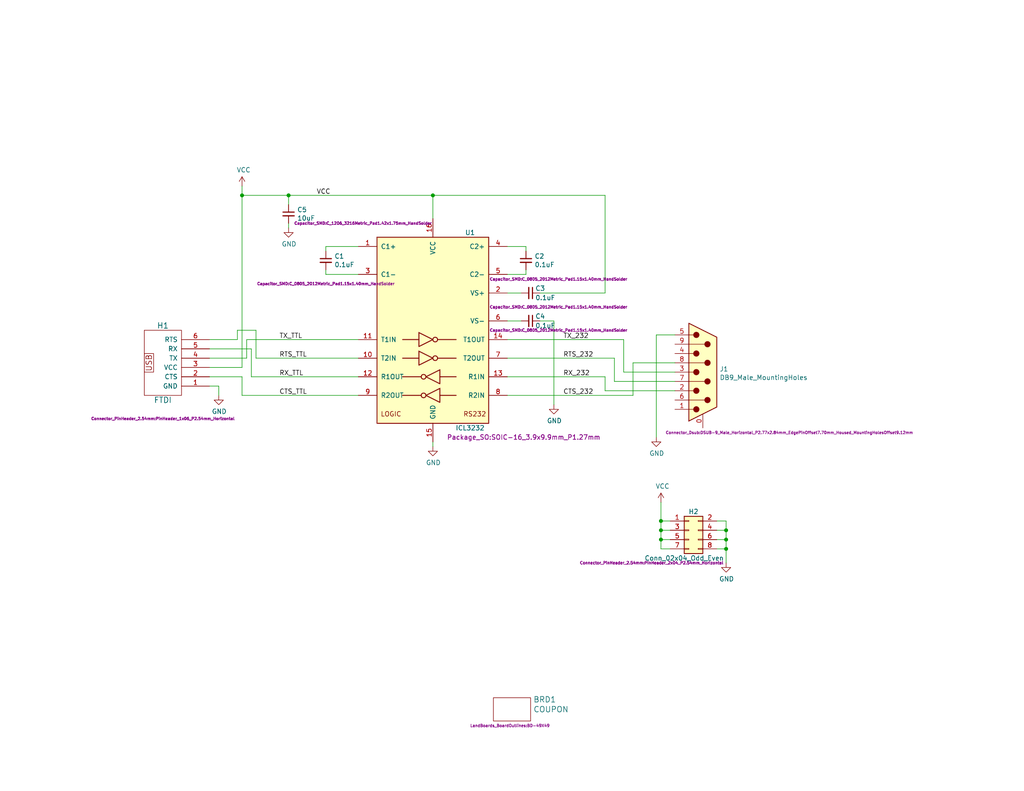
<source format=kicad_sch>
(kicad_sch (version 20211123) (generator eeschema)
  (paper "A")
  (title_block (title "RS-232 DTE") (date "2022-08-01") (rev "3") (company "Land Boards LLC"))
  (lib_symbols
    (symbol "Connector:DB9_Male_MountingHoles" (pin_names (offset 1.016) hide)
      (property "Reference" "J" (at 0 16.51 0))
      (property "Value" "DB9_Male_MountingHoles" (at 0 14.605 0))
      (symbol "DB9_Male_MountingHoles_0_1"
        (circle (center -1.778 -10.16) (radius 0.762) (fill (type outline)))
        (circle (center -1.778 -5.08) (radius 0.762) (fill (type outline)))
        (circle (center -1.778 0) (radius 0.762) (fill (type outline)))
        (circle (center -1.778 5.08) (radius 0.762) (fill (type outline)))
        (circle (center -1.778 10.16) (radius 0.762) (fill (type outline)))
        (polyline (pts (xy -3.81 -10.16) (xy -2.54 -10.16)))
        (polyline (pts (xy -3.81 -7.62) (xy 0.508 -7.62)))
        (polyline (pts (xy -3.81 -5.08) (xy -2.54 -5.08)))
        (polyline (pts (xy -3.81 -2.54) (xy 0.508 -2.54)))
        (polyline (pts (xy -3.81 0) (xy -2.54 0)))
        (polyline (pts (xy -3.81 2.54) (xy 0.508 2.54)))
        (polyline (pts (xy -3.81 5.08) (xy -2.54 5.08)))
        (polyline (pts (xy -3.81 7.62) (xy 0.508 7.62)))
        (polyline (pts (xy -3.81 10.16) (xy -2.54 10.16)))
        (polyline (pts (xy -3.81 -13.335) (xy -3.81 13.335) (xy 3.81 9.525) (xy 3.81 -9.525) (xy -3.81 -13.335)) (stroke (width 0.254)) (fill (type background)))
        (circle (center 1.27 -7.62) (radius 0.762) (fill (type outline)))
        (circle (center 1.27 -2.54) (radius 0.762) (fill (type outline)))
        (circle (center 1.27 2.54) (radius 0.762) (fill (type outline)))
        (circle (center 1.27 7.62) (radius 0.762) (fill (type outline)))
      )
      (symbol "DB9_Male_MountingHoles_1_1"
        (pin passive line (at 0 -15.24 90) (length 3.81) (name "PAD") (number "0"))
        (pin passive line (at -7.62 -10.16 0) (length 3.81) (name "1") (number "1"))
        (pin passive line (at -7.62 -5.08 0) (length 3.81) (name "2") (number "2"))
        (pin passive line (at -7.62 0 0) (length 3.81) (name "3") (number "3"))
        (pin passive line (at -7.62 5.08 0) (length 3.81) (name "4") (number "4"))
        (pin passive line (at -7.62 10.16 0) (length 3.81) (name "5") (number "5"))
        (pin passive line (at -7.62 -7.62 0) (length 3.81) (name "6") (number "6"))
        (pin passive line (at -7.62 -2.54 0) (length 3.81) (name "7") (number "7"))
        (pin passive line (at -7.62 2.54 0) (length 3.81) (name "8") (number "8"))
        (pin passive line (at -7.62 7.62 0) (length 3.81) (name "9") (number "9"))
      )
    )
    (symbol "Connector_Generic:Conn_02x04_Odd_Even" (pin_names (offset 1.016) hide)
      (property "Reference" "J" (at 1.27 5.08 0))
      (property "Value" "Conn_02x04_Odd_Even" (at 1.27 -7.62 0))
      (symbol "Conn_02x04_Odd_Even_1_1"
        (rectangle (start -1.27 -4.953) (end 0 -5.207) (stroke (width 0.1524)))
        (rectangle (start -1.27 -2.413) (end 0 -2.667) (stroke (width 0.1524)))
        (rectangle (start -1.27 0.127) (end 0 -0.127) (stroke (width 0.1524)))
        (rectangle (start -1.27 2.667) (end 0 2.413) (stroke (width 0.1524)))
        (rectangle (start -1.27 3.81) (end 3.81 -6.35) (stroke (width 0.254)) (fill (type background)))
        (rectangle (start 3.81 -4.953) (end 2.54 -5.207) (stroke (width 0.1524)))
        (rectangle (start 3.81 -2.413) (end 2.54 -2.667) (stroke (width 0.1524)))
        (rectangle (start 3.81 0.127) (end 2.54 -0.127) (stroke (width 0.1524)))
        (rectangle (start 3.81 2.667) (end 2.54 2.413) (stroke (width 0.1524)))
        (pin passive line (at -5.08 2.54 0) (length 3.81) (name "Pin_1") (number "1"))
        (pin passive line (at 7.62 2.54 180) (length 3.81) (name "Pin_2") (number "2"))
        (pin passive line (at -5.08 0 0) (length 3.81) (name "Pin_3") (number "3"))
        (pin passive line (at 7.62 0 180) (length 3.81) (name "Pin_4") (number "4"))
        (pin passive line (at -5.08 -2.54 0) (length 3.81) (name "Pin_5") (number "5"))
        (pin passive line (at 7.62 -2.54 180) (length 3.81) (name "Pin_6") (number "6"))
        (pin passive line (at -5.08 -5.08 0) (length 3.81) (name "Pin_7") (number "7"))
        (pin passive line (at 7.62 -5.08 180) (length 3.81) (name "Pin_8") (number "8"))
      )
    )
    (symbol "Device:C_Small" (pin_numbers hide) (pin_names (offset 0.254) hide)
      (property "Reference" "C" (at 0.254 1.778 0))
      (property "Value" "C_Small" (at 0.254 -2.032 0))
      (symbol "C_Small_0_1"
        (polyline (pts (xy -1.524 -0.508) (xy 1.524 -0.508)) (stroke (width 0.3302)))
        (polyline (pts (xy -1.524 0.508) (xy 1.524 0.508)) (stroke (width 0.3048)))
      )
      (symbol "C_Small_1_1"
        (pin passive line (at 0 2.54 270) (length 2.032) (name "~") (number "1"))
        (pin passive line (at 0 -2.54 90) (length 2.032) (name "~") (number "2"))
      )
    )
    (symbol "Interface_UART:ICL3232" (pin_names (offset 1.016))
      (property "Reference" "U" (at -2.54 28.575 0))
      (property "Value" "ICL3232" (at -2.54 26.67 0))
      (symbol "ICL3232_0_0"
        (text "LOGIC" (at -11.43 -22.86 0) (effects (font (size 1.27 1.27))))
        (text "RS232" (at 11.43 -22.86 0) (effects (font (size 1.27 1.27))))
      )
      (symbol "ICL3232_0_1"
        (rectangle (start -15.24 -25.4) (end 15.24 25.4) (stroke (width 0.254)) (fill (type background)))
        (circle (center -2.54 -17.78) (radius 0.635) (stroke (width 0.254)))
        (circle (center -2.54 -12.7) (radius 0.635) (stroke (width 0.254)))
        (polyline (pts (xy -3.81 -7.62) (xy -8.255 -7.62)) (stroke (width 0.254)))
        (polyline (pts (xy -3.81 -2.54) (xy -8.255 -2.54)) (stroke (width 0.254)))
        (polyline (pts (xy -3.175 -17.78) (xy -8.255 -17.78)) (stroke (width 0.254)))
        (polyline (pts (xy -3.175 -12.7) (xy -8.255 -12.7)) (stroke (width 0.254)))
        (polyline (pts (xy 1.27 -7.62) (xy 6.35 -7.62)) (stroke (width 0.254)))
        (polyline (pts (xy 1.27 -2.54) (xy 6.35 -2.54)) (stroke (width 0.254)))
        (polyline (pts (xy 1.905 -17.78) (xy 6.35 -17.78)) (stroke (width 0.254)))
        (polyline (pts (xy 1.905 -12.7) (xy 6.35 -12.7)) (stroke (width 0.254)))
        (polyline (pts (xy -3.81 -5.715) (xy -3.81 -9.525) (xy 0 -7.62) (xy -3.81 -5.715)) (stroke (width 0.254)))
        (polyline (pts (xy -3.81 -0.635) (xy -3.81 -4.445) (xy 0 -2.54) (xy -3.81 -0.635)) (stroke (width 0.254)))
        (polyline (pts (xy 1.905 -15.875) (xy 1.905 -19.685) (xy -1.905 -17.78) (xy 1.905 -15.875)) (stroke (width 0.254)))
        (polyline (pts (xy 1.905 -10.795) (xy 1.905 -14.605) (xy -1.905 -12.7) (xy 1.905 -10.795)) (stroke (width 0.254)))
        (circle (center 0.635 -7.62) (radius 0.635) (stroke (width 0.254)))
        (circle (center 0.635 -2.54) (radius 0.635) (stroke (width 0.254)))
      )
      (symbol "ICL3232_1_1"
        (pin passive line (at -20.32 22.86 0) (length 5.08) (name "C1+") (number "1"))
        (pin input line (at -20.32 -7.62 0) (length 5.08) (name "T2IN") (number "10"))
        (pin input line (at -20.32 -2.54 0) (length 5.08) (name "T1IN") (number "11"))
        (pin output line (at -20.32 -12.7 0) (length 5.08) (name "R1OUT") (number "12"))
        (pin input line (at 20.32 -12.7 180) (length 5.08) (name "R1IN") (number "13"))
        (pin output line (at 20.32 -2.54 180) (length 5.08) (name "T1OUT") (number "14"))
        (pin power_in line (at 0 -30.48 90) (length 5.08) (name "GND") (number "15"))
        (pin power_in line (at 0 30.48 270) (length 5.08) (name "VCC") (number "16"))
        (pin power_out line (at 20.32 10.16 180) (length 5.08) (name "VS+") (number "2"))
        (pin passive line (at -20.32 15.24 0) (length 5.08) (name "C1-") (number "3"))
        (pin passive line (at 20.32 22.86 180) (length 5.08) (name "C2+") (number "4"))
        (pin passive line (at 20.32 15.24 180) (length 5.08) (name "C2-") (number "5"))
        (pin power_out line (at 20.32 2.54 180) (length 5.08) (name "VS-") (number "6"))
        (pin output line (at 20.32 -7.62 180) (length 5.08) (name "T2OUT") (number "7"))
        (pin input line (at 20.32 -17.78 180) (length 5.08) (name "R2IN") (number "8"))
        (pin output line (at -20.32 -17.78 0) (length 5.08) (name "R2OUT") (number "9"))
      )
    )
    (symbol "LandBoards:COUPON" (pin_names (offset 1.016))
      (property "Reference" "COUP?" (at 0 0 0))
      (property "Value" "COUPON" (at 0 0 0))
      (symbol "COUPON_0_1"
        (rectangle (start -5.08 0) (end 5.08 6.35))
      )
    )
    (symbol "LandBoards_Cards:FTDI" (pin_names (offset 1.016))
      (property "Reference" "BRD" (at 2.54 19.05 0))
      (property "Value" "FTDI" (at 2.54 -1.27 0))
      (symbol "FTDI_0_0"
        (rectangle (start -5.08 0) (end 5.08 17.78))
        (rectangle (start -5.08 11.43) (end -2.54 6.35))
        (text "USB" (at -3.81 8.89 900) (effects (font (size 1.524 1.524))))
      )
      (symbol "FTDI_1_1"
        (pin power_out line (at 12.7 15.24 180) (length 7.62) (name "GND") (number "1"))
        (pin input line (at 12.7 12.7 180) (length 7.62) (name "CTS") (number "2"))
        (pin power_out line (at 12.7 10.16 180) (length 7.62) (name "VCC") (number "3"))
        (pin output line (at 12.7 7.62 180) (length 7.62) (name "TX") (number "4"))
        (pin input line (at 12.7 5.08 180) (length 7.62) (name "RX") (number "5"))
        (pin output line (at 12.7 2.54 180) (length 7.62) (name "RTS") (number "6"))
      )
    )
    (symbol "power:GND" (power) (pin_names (offset 0))
      (property "Value" "GND" (at 0 -3.81 0))
      (symbol "GND_0_1"
        (polyline (pts (xy 0 0) (xy 0 -1.27) (xy 1.27 -1.27) (xy 0 -2.54) (xy -1.27 -1.27) (xy 0 -1.27)))
      )
      (symbol "GND_1_1"
        (pin power_in line (at 0 0 270) (length 0) hide (name "GND") (number "1"))
      )
    )
    (symbol "power:VCC" (power) (pin_names (offset 0))
      (property "Value" "VCC" (at 0 3.81 0))
      (symbol "VCC_0_1"
        (polyline (pts (xy -0.762 1.27) (xy 0 2.54)))
        (polyline (pts (xy 0 0) (xy 0 2.54)))
        (polyline (pts (xy 0 2.54) (xy 0.762 1.27)))
      )
      (symbol "VCC_1_1"
        (pin power_in line (at 0 0 90) (length 0) hide (name "VCC") (number "1"))
      )
    )
  )
  (junction (at 180.34 144.78))
  (junction (at 180.34 147.32))
  (junction (at 198.12 144.78))
  (junction (at 78.74 53.34))
  (junction (at 66.04 53.34))
  (junction (at 198.12 147.32))
  (junction (at 118.11 53.34))
  (junction (at 180.34 142.24))
  (junction (at 198.12 149.86))
  (wire (pts (xy 69.85 90.17) (xy 64.77 90.17)))
  (wire (pts (xy 118.11 53.34) (xy 165.1 53.34)))
  (wire (pts (xy 167.64 104.14) (xy 184.15 104.14)))
  (wire (pts (xy 182.88 147.32) (xy 180.34 147.32)))
  (wire (pts (xy 78.74 55.88) (xy 78.74 53.34)))
  (wire (pts (xy 195.58 142.24) (xy 198.12 142.24)))
  (wire (pts (xy 66.04 50.8) (xy 66.04 53.34)))
  (wire (pts (xy 179.07 91.44) (xy 179.07 119.38)))
  (wire (pts (xy 151.13 87.63) (xy 151.13 110.49)))
  (wire (pts (xy 180.34 144.78) (xy 180.34 142.24)))
  (wire (pts (xy 184.15 106.68) (xy 165.1 106.68)))
  (wire (pts (xy 68.58 95.25) (xy 57.15 95.25)))
  (wire (pts (xy 67.31 97.79) (xy 57.15 97.79)))
  (wire (pts (xy 66.04 53.34) (xy 66.04 100.33)))
  (wire (pts (xy 147.32 80.01) (xy 165.1 80.01)))
  (wire (pts (xy 78.74 53.34) (xy 66.04 53.34)))
  (wire (pts (xy 138.43 67.31) (xy 143.51 67.31)))
  (wire (pts (xy 88.9 67.31) (xy 88.9 68.58)))
  (wire (pts (xy 165.1 53.34) (xy 165.1 80.01)))
  (wire (pts (xy 138.43 74.93) (xy 143.51 74.93)))
  (wire (pts (xy 66.04 107.95) (xy 66.04 102.87)))
  (wire (pts (xy 57.15 105.41) (xy 59.69 105.41)))
  (wire (pts (xy 67.31 92.71) (xy 67.31 97.79)))
  (wire (pts (xy 180.34 142.24) (xy 180.34 137.16)))
  (wire (pts (xy 68.58 102.87) (xy 68.58 95.25)))
  (wire (pts (xy 138.43 80.01) (xy 142.24 80.01)))
  (wire (pts (xy 138.43 92.71) (xy 170.18 92.71)))
  (wire (pts (xy 195.58 147.32) (xy 198.12 147.32)))
  (wire (pts (xy 64.77 92.71) (xy 57.15 92.71)))
  (wire (pts (xy 165.1 102.87) (xy 138.43 102.87)))
  (wire (pts (xy 59.69 105.41) (xy 59.69 107.95)))
  (wire (pts (xy 138.43 87.63) (xy 142.24 87.63)))
  (wire (pts (xy 97.79 74.93) (xy 88.9 74.93)))
  (wire (pts (xy 184.15 91.44) (xy 179.07 91.44)))
  (wire (pts (xy 97.79 107.95) (xy 66.04 107.95)))
  (wire (pts (xy 78.74 60.96) (xy 78.74 62.23)))
  (wire (pts (xy 170.18 92.71) (xy 170.18 101.6)))
  (wire (pts (xy 66.04 102.87) (xy 57.15 102.87)))
  (wire (pts (xy 138.43 107.95) (xy 172.72 107.95)))
  (wire (pts (xy 195.58 149.86) (xy 198.12 149.86)))
  (wire (pts (xy 97.79 102.87) (xy 68.58 102.87)))
  (wire (pts (xy 182.88 144.78) (xy 180.34 144.78)))
  (wire (pts (xy 97.79 97.79) (xy 69.85 97.79)))
  (wire (pts (xy 195.58 144.78) (xy 198.12 144.78)))
  (wire (pts (xy 170.18 101.6) (xy 184.15 101.6)))
  (wire (pts (xy 167.64 97.79) (xy 167.64 104.14)))
  (wire (pts (xy 138.43 97.79) (xy 167.64 97.79)))
  (wire (pts (xy 198.12 147.32) (xy 198.12 149.86)))
  (wire (pts (xy 182.88 142.24) (xy 180.34 142.24)))
  (wire (pts (xy 180.34 147.32) (xy 180.34 144.78)))
  (wire (pts (xy 66.04 100.33) (xy 57.15 100.33)))
  (wire (pts (xy 97.79 92.71) (xy 67.31 92.71)))
  (wire (pts (xy 69.85 97.79) (xy 69.85 90.17)))
  (wire (pts (xy 172.72 99.06) (xy 184.15 99.06)))
  (wire (pts (xy 97.79 67.31) (xy 88.9 67.31)))
  (wire (pts (xy 64.77 90.17) (xy 64.77 92.71)))
  (wire (pts (xy 198.12 149.86) (xy 198.12 153.67)))
  (wire (pts (xy 180.34 149.86) (xy 180.34 147.32)))
  (wire (pts (xy 147.32 87.63) (xy 151.13 87.63)))
  (wire (pts (xy 198.12 144.78) (xy 198.12 147.32)))
  (wire (pts (xy 172.72 107.95) (xy 172.72 99.06)))
  (wire (pts (xy 182.88 149.86) (xy 180.34 149.86)))
  (wire (pts (xy 88.9 74.93) (xy 88.9 73.66)))
  (wire (pts (xy 165.1 106.68) (xy 165.1 102.87)))
  (wire (pts (xy 143.51 67.31) (xy 143.51 68.58)))
  (wire (pts (xy 143.51 74.93) (xy 143.51 73.66)))
  (wire (pts (xy 118.11 120.65) (xy 118.11 121.92)))
  (wire (pts (xy 118.11 59.69) (xy 118.11 53.34)))
  (wire (pts (xy 118.11 53.34) (xy 78.74 53.34)))
  (wire (pts (xy 198.12 142.24) (xy 198.12 144.78)))
  (label "CTS_232" (at 153.67 107.95 0))
  (label "RTS_232" (at 153.67 97.79 0))
  (label "TX_TTL" (at 76.2 92.71 0))
  (label "VCC" (at 86.36 53.34 0))
  (label "CTS_TTL" (at 76.2 107.95 0))
  (label "RTS_TTL" (at 76.2 97.79 0))
  (label "RX_TTL" (at 76.2 102.87 0))
  (label "TX_232" (at 153.67 92.71 0))
  (label "RX_232" (at 153.67 102.87 0))
  (symbol (lib_id "Interface_UART:ICL3232") (at 118.11 90.17 0) (unit 1)
    (property "Reference" "U1" (at 128.27 63.5 0))
    (property "Value" "ICL3232" (at 128.27 116.84 0))
    (property "Footprint" "Package_SO:SOIC-16_3.9x9.9mm_P1.27mm" (at 121.92 119.38 0) (effects (justify left)))
    (property "Datasheet" "http://www.intersil.com/content/dam/Intersil/documents/icl3/icl3221-22-23-32-41-43.pdf" (effects hide))
  )
  (symbol (lib_id "Device:C_Small") (at 88.9 71.12 0) (unit 1)
    (property "Reference" "C1" (at 91.2368 69.9516 0) (effects (justify left)))
    (property "Value" "0.1uF" (at 91.2368 72.263 0) (effects (justify left)))
    (property "Footprint" "Capacitor_SMD:C_0805_2012Metric_Pad1.15x1.40mm_HandSolder" (at 88.9 77.47 0) (effects (font (size 0.762 0.762))))
  )
  (symbol (lib_id "power:GND") (at 151.13 110.49 0) (unit 1)
    (property "Reference" "#PWR03" (effects hide))
    (property "Value" "GND" (at 151.257 114.8842 0))
  )
  (symbol (lib_id "power:GND") (at 118.11 121.92 0) (unit 1)
    (property "Reference" "#PWR02" (effects hide))
    (property "Value" "GND" (at 118.237 126.3142 0))
  )
  (symbol (lib_id "Device:C_Small") (at 143.51 71.12 0) (unit 1)
    (property "Reference" "C2" (at 145.8468 69.9516 0) (effects (justify left)))
    (property "Value" "0.1uF" (at 145.8468 72.263 0) (effects (justify left)))
    (property "Footprint" "Capacitor_SMD:C_0805_2012Metric_Pad1.15x1.40mm_HandSolder" (at 152.4 76.2 0) (effects (font (size 0.762 0.762))))
  )
  (symbol (lib_id "Device:C_Small") (at 144.78 80.01 270) (unit 1)
    (property "Reference" "C3" (at 146.05 78.74 90) (effects (justify left)))
    (property "Value" "0.1uF" (at 146.05 81.28 90) (effects (justify left)))
    (property "Footprint" "Capacitor_SMD:C_0805_2012Metric_Pad1.15x1.40mm_HandSolder" (at 152.4 83.82 90) (effects (font (size 0.762 0.762))))
  )
  (symbol (lib_id "Device:C_Small") (at 144.78 87.63 270) (unit 1)
    (property "Reference" "C4" (at 146.05 86.36 90) (effects (justify left)))
    (property "Value" "0.1uF" (at 146.05 88.9 90) (effects (justify left)))
    (property "Footprint" "Capacitor_SMD:C_0805_2012Metric_Pad1.15x1.40mm_HandSolder" (at 152.4 90.17 90) (effects (font (size 0.762 0.762))))
  )
  (symbol (lib_id "power:GND") (at 59.69 107.95 0) (unit 1)
    (property "Reference" "#PWR01" (effects hide))
    (property "Value" "GND" (at 59.817 112.3442 0))
  )
  (symbol (lib_id "Connector:DB9_Male_MountingHoles") (at 191.77 101.6 0) (unit 1)
    (property "Reference" "J1" (at 196.342 100.7618 0) (effects (justify left)))
    (property "Value" "DB9_Male_MountingHoles" (at 196.342 103.0732 0) (effects (justify left)))
    (property "Footprint" "Connector_Dsub:DSUB-9_Male_Horizontal_P2.77x2.84mm_EdgePinOffset7.70mm_Housed_MountingHolesOffset9.12mm" (at 181.61 118.11 0) (effects (font (size 0.762 0.762)) (justify left)))
    (property "Datasheet" " ~" (effects hide))
  )
  (symbol (lib_id "power:GND") (at 179.07 119.38 0) (unit 1)
    (property "Reference" "#PWR04" (effects hide))
    (property "Value" "GND" (at 179.197 123.7742 0))
  )
  (symbol (lib_id "Device:C_Small") (at 78.74 58.42 0) (unit 1)
    (property "Reference" "C5" (at 81.0768 57.2516 0) (effects (justify left)))
    (property "Value" "10uF" (at 81.0768 59.563 0) (effects (justify left)))
    (property "Footprint" "Capacitor_SMD:C_1206_3216Metric_Pad1.42x1.75mm_HandSolder" (at 99.06 60.96 0) (effects (font (size 0.762 0.762))))
  )
  (symbol (lib_id "power:GND") (at 78.74 62.23 0) (unit 1)
    (property "Reference" "#PWR05" (effects hide))
    (property "Value" "GND" (at 78.867 66.6242 0))
  )
  (symbol (lib_id "LandBoards_Cards:FTDI") (at 44.45 90.17 0) (mirror x) (unit 1)
    (property "Reference" "H1" (at 44.45 88.9 0) (effects (font (size 1.524 1.524))))
    (property "Value" "FTDI" (at 44.45 109.22 0) (effects (font (size 1.524 1.524))))
    (property "Footprint" "Connector_PinHeader_2.54mm:PinHeader_1x06_P2.54mm_Horizontal" (at 44.45 114.3 0) (effects (font (size 0.762 0.762))))
  )
  (symbol (lib_id "LandBoards:COUPON") (at 139.7 196.85 0) (unit 1)
    (property "Reference" "BRD1" (at 145.4912 190.9826 0) (effects (font (size 1.524 1.524)) (justify left)))
    (property "Value" "COUPON" (at 145.4912 193.675 0) (effects (font (size 1.524 1.524)) (justify left)))
    (property "Footprint" "LandBoards_BoardOutlines:BD-49X49" (at 128.27 198.12 0) (effects (font (size 0.762 0.762)) (justify left)))
  )
  (symbol (lib_id "Connector_Generic:Conn_02x04_Odd_Even") (at 187.96 144.78 0) (unit 1)
    (property "Reference" "H2" (at 189.23 139.7 0))
    (property "Value" "Conn_02x04_Odd_Even" (at 186.69 152.4 0))
    (property "Footprint" "Connector_PinHeader_2.54mm:PinHeader_2x04_P2.54mm_Horizontal" (at 177.8 153.67 0) (effects (font (size 0.762 0.762))))
  )
  (symbol (lib_id "power:GND") (at 198.12 153.67 0) (unit 1)
    (property "Reference" "#PWR0102" (effects hide))
    (property "Value" "GND" (at 198.247 158.0642 0))
  )
  (symbol (lib_id "power:VCC") (at 66.04 50.8 0) (unit 1)
    (property "Reference" "#PWR0103" (effects hide))
    (property "Value" "VCC" (at 66.4718 46.4058 0))
  )
  (symbol (lib_id "power:VCC") (at 180.34 137.16 0) (unit 1)
    (property "Reference" "#PWR0101" (effects hide))
    (property "Value" "VCC" (at 180.7718 132.7658 0))
  )
)
</source>
